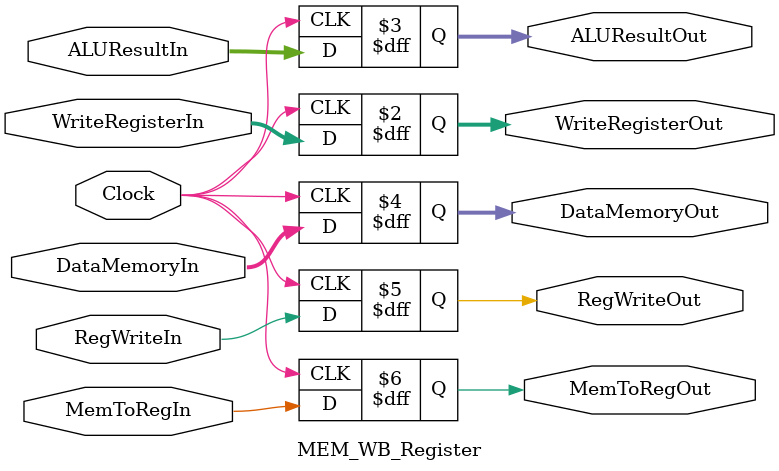
<source format=v>
module MEM_WB_Register(Clock, MemToRegIn, RegWriteIn, WriteRegisterIn, ALUResultIn, DataMemoryIn,
                              MemToRegOut, RegWriteOut, WriteRegisterOut, ALUResultOut, DataMemoryOut);
input Clock, RegWriteIn, MemToRegIn;
input [31:0] WriteRegisterIn;
input [31:0] ALUResultIn;
input [31:0] DataMemoryIn;

/*reg [31:0] WriteRegister;
reg [31:0] ALUResult;
reg RegWrite;*/

output reg [31:0] WriteRegisterOut;
output reg [31:0] ALUResultOut;
output reg [31:0] DataMemoryOut;
output reg RegWriteOut, MemToRegOut;

always @(posedge Clock)
    begin
    WriteRegisterOut <= WriteRegisterIn;
    ALUResultOut <= ALUResultIn;
    RegWriteOut <= RegWriteIn;
    MemToRegOut <= MemToRegIn;
    DataMemoryOut <= DataMemoryIn;
    end

/*always @(negedge Clock)
    begin
    WriteRegisterOut = WriteRegister;
    ALUResultOut = ALUResult;
    RegWriteOut = RegWrite;
    end*/

endmodule
</source>
